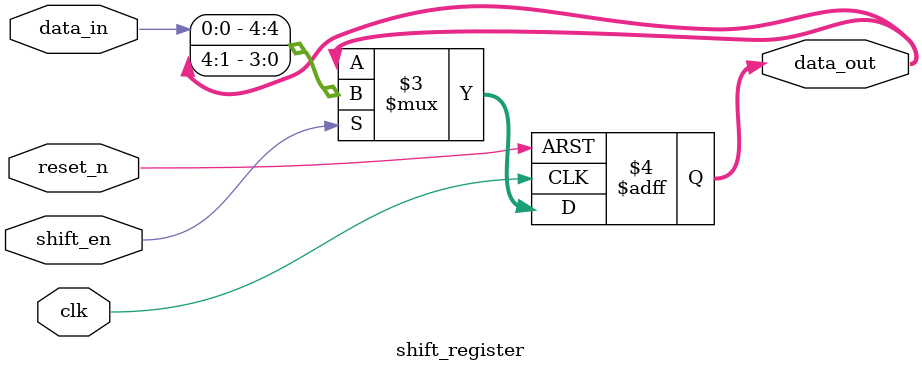
<source format=v>
module shift_register #(parameter DATA_WIDTH = 5) (
    input clk, 
    input reset_n, 
    input shift_en, 
    input data_in, 
    output reg [DATA_WIDTH - 1: 0] data_out
); 

    always @(posedge clk or negedge reset_n) begin
        if (!reset_n) begin 
            data_out <= 'b0; 
        end 
        else begin
            data_out <= shift_en ? {data_in, data_out[DATA_WIDTH - 1: 1]} : data_out; 
        end 
    end 
endmodule
</source>
